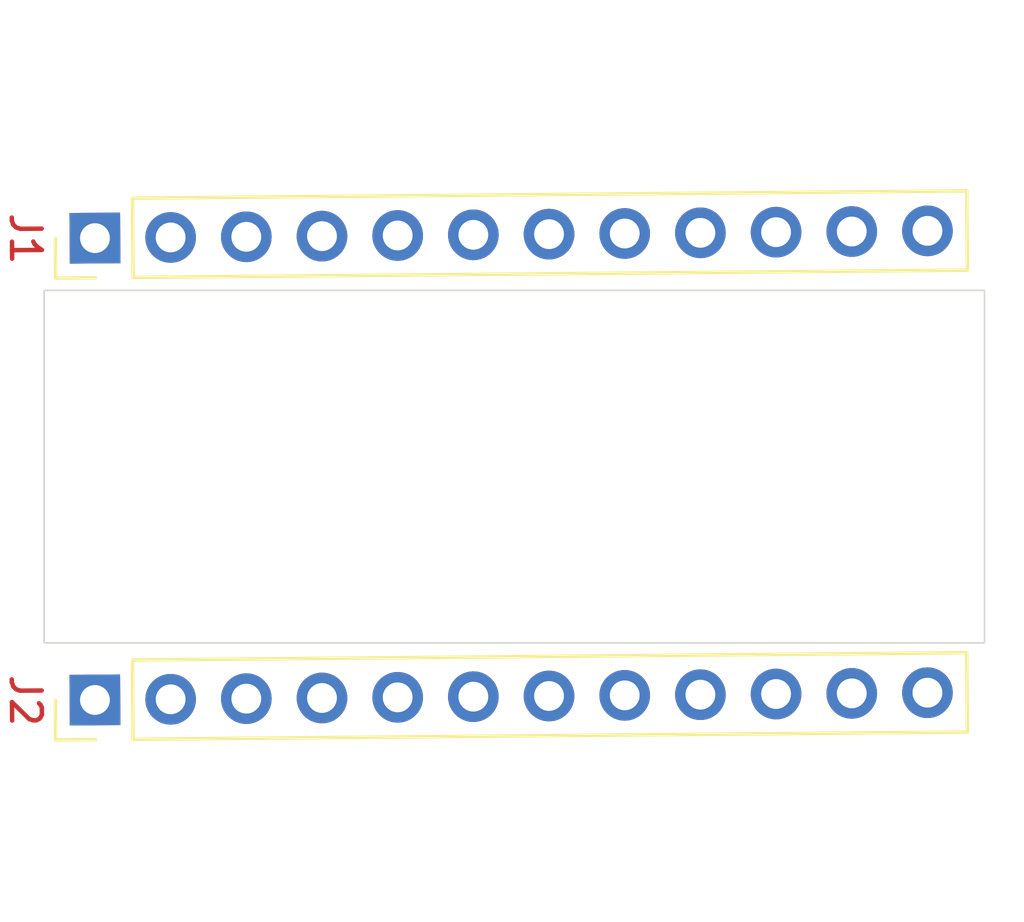
<source format=kicad_pcb>
(kicad_pcb (version 20190605) (host pcbnew "(5.1.0-1228-ge32306c23)")

  (general
    (thickness 1.6)
    (drawings 5)
    (tracks 0)
    (modules 2)
    (nets 1)
  )

  (page "A4")
  (layers
    (0 "F.Cu" signal)
    (31 "B.Cu" signal)
    (32 "B.Adhes" user)
    (33 "F.Adhes" user)
    (34 "B.Paste" user)
    (35 "F.Paste" user)
    (36 "B.SilkS" user)
    (37 "F.SilkS" user)
    (38 "B.Mask" user)
    (39 "F.Mask" user)
    (40 "Dwgs.User" user)
    (41 "Cmts.User" user)
    (42 "Eco1.User" user)
    (43 "Eco2.User" user)
    (44 "Edge.Cuts" user)
    (45 "Margin" user)
    (46 "B.CrtYd" user)
    (47 "F.CrtYd" user)
    (48 "B.Fab" user)
    (49 "F.Fab" user)
  )

  (setup
    (last_trace_width 0.25)
    (trace_clearance 0.2)
    (zone_clearance 0.508)
    (zone_45_only no)
    (trace_min 0.2)
    (via_size 0.8)
    (via_drill 0.4)
    (via_min_size 0.4)
    (via_min_drill 0.3)
    (uvia_size 0.3)
    (uvia_drill 0.1)
    (uvias_allowed no)
    (uvia_min_size 0.2)
    (uvia_min_drill 0.1)
    (max_error 0.005)
    (defaults
      (edge_clearance 0.01)
      (edge_cuts_line_width 0.05)
      (courtyard_line_width 0.05)
      (copper_line_width 0.2)
      (copper_text_dims (size 1.5 1.5) (thickness 0.3) keep_upright)
      (silk_line_width 0.12)
      (silk_text_dims (size 1 1) (thickness 0.15) keep_upright)
      (other_layers_line_width 0.1)
      (other_layers_text_dims (size 1 1) (thickness 0.15) keep_upright)
    )
    (pad_size 1.524 1.524)
    (pad_drill 0.762)
    (pad_to_mask_clearance 0.051)
    (solder_mask_min_width 0.25)
    (aux_axis_origin 0 0)
    (visible_elements FFFFFF7F)
    (pcbplotparams
      (layerselection 0x010fc_ffffffff)
      (usegerberextensions false)
      (usegerberattributes false)
      (usegerberadvancedattributes false)
      (creategerberjobfile false)
      (excludeedgelayer true)
      (linewidth 0.100000)
      (plotframeref false)
      (viasonmask false)
      (mode 1)
      (useauxorigin false)
      (hpglpennumber 1)
      (hpglpenspeed 20)
      (hpglpendiameter 15.000000)
      (psnegative false)
      (psa4output false)
      (plotreference true)
      (plotvalue true)
      (plotinvisibletext false)
      (padsonsilk false)
      (subtractmaskfromsilk false)
      (outputformat 1)
      (mirror false)
      (drillshape 1)
      (scaleselection 1)
      (outputdirectory ""))
  )

  (net 0 "")

  (net_class "Default" "This is the default net class."
    (clearance 0.2)
    (trace_width 0.25)
    (via_dia 0.8)
    (via_drill 0.4)
    (uvia_dia 0.3)
    (uvia_drill 0.1)
  )

  (module "Connector_PinHeader_2.54mm:PinHeader_1x12_P2.54mm_Vertical" (layer "F.Cu") (tedit 59FED5CC) (tstamp 5DD2C8B0)
    (at 126.425813 102.386178 90.5)
    (descr "Through hole straight pin header, 1x12, 2.54mm pitch, single row")
    (tags "Through hole pin header THT 1x12 2.54mm single row")
    (path "/5DBB087C")
    (fp_text reference "J2" (at 0 -2.33 90.5) (layer "F.Cu")
      (effects (font (size 1 1) (thickness 0.15)))
    )
    (fp_text value "Conn_01x12_Female" (at 0 30.27 90.5) (layer "F.Fab")
      (effects (font (size 1 1) (thickness 0.15)))
    )
    (fp_line (start -0.635 -1.27) (end 1.27 -1.27) (layer "F.Fab") (width 0.1))
    (fp_line (start 1.27 -1.27) (end 1.27 29.21) (layer "F.Fab") (width 0.1))
    (fp_line (start 1.27 29.21) (end -1.27 29.21) (layer "F.Fab") (width 0.1))
    (fp_line (start -1.27 29.21) (end -1.27 -0.635) (layer "F.Fab") (width 0.1))
    (fp_line (start -1.27 -0.635) (end -0.635 -1.27) (layer "F.Fab") (width 0.1))
    (fp_line (start -1.33 29.27) (end 1.33 29.27) (layer "F.SilkS") (width 0.12))
    (fp_line (start -1.33 1.27) (end -1.33 29.27) (layer "F.SilkS") (width 0.12))
    (fp_line (start 1.33 1.27) (end 1.33 29.27) (layer "F.SilkS") (width 0.12))
    (fp_line (start -1.33 1.27) (end 1.33 1.27) (layer "F.SilkS") (width 0.12))
    (fp_line (start -1.33 0) (end -1.33 -1.33) (layer "F.SilkS") (width 0.12))
    (fp_line (start -1.33 -1.33) (end 0 -1.33) (layer "F.SilkS") (width 0.12))
    (fp_line (start -1.8 -1.8) (end -1.8 29.75) (layer "F.CrtYd") (width 0.05))
    (fp_line (start -1.8 29.75) (end 1.8 29.75) (layer "F.CrtYd") (width 0.05))
    (fp_line (start 1.8 29.75) (end 1.8 -1.8) (layer "F.CrtYd") (width 0.05))
    (fp_line (start 1.8 -1.8) (end -1.8 -1.8) (layer "F.CrtYd") (width 0.05))
    (fp_text user "%R" (at 0 13.97 0.5) (layer "F.Fab")
      (effects (font (size 1 1) (thickness 0.15)))
    )
    (pad "1" thru_hole rect (at 0 0 90.5) (size 1.7 1.7) (drill 1) (layers *.Cu *.Mask))
    (pad "2" thru_hole oval (at 0 2.54 90.5) (size 1.7 1.7) (drill 1) (layers *.Cu *.Mask))
    (pad "3" thru_hole oval (at 0 5.08 90.5) (size 1.7 1.7) (drill 1) (layers *.Cu *.Mask))
    (pad "4" thru_hole oval (at 0 7.62 90.5) (size 1.7 1.7) (drill 1) (layers *.Cu *.Mask))
    (pad "5" thru_hole oval (at 0 10.16 90.5) (size 1.7 1.7) (drill 1) (layers *.Cu *.Mask))
    (pad "6" thru_hole oval (at 0 12.7 90.5) (size 1.7 1.7) (drill 1) (layers *.Cu *.Mask))
    (pad "7" thru_hole oval (at 0 15.24 90.5) (size 1.7 1.7) (drill 1) (layers *.Cu *.Mask))
    (pad "8" thru_hole oval (at 0 17.78 90.5) (size 1.7 1.7) (drill 1) (layers *.Cu *.Mask))
    (pad "9" thru_hole oval (at 0 20.32 90.5) (size 1.7 1.7) (drill 1) (layers *.Cu *.Mask))
    (pad "10" thru_hole oval (at 0 22.86 90.5) (size 1.7 1.7) (drill 1) (layers *.Cu *.Mask))
    (pad "11" thru_hole oval (at 0 25.4 90.5) (size 1.7 1.7) (drill 1) (layers *.Cu *.Mask))
    (pad "12" thru_hole oval (at 0 27.94 90.5) (size 1.7 1.7) (drill 1) (layers *.Cu *.Mask))
    (model "${KISYS3DMOD}/Connector_PinHeader_2.54mm.3dshapes/PinHeader_1x12_P2.54mm_Vertical.wrl"
      (at (xyz 0 0 0))
      (scale (xyz 1 1 1))
      (rotate (xyz 0 0 0))
    )
  )

  (module "Connector_PinHeader_2.54mm:PinHeader_1x12_P2.54mm_Vertical" (layer "F.Cu") (tedit 59FED5CC) (tstamp 5DD2C891)
    (at 126.425813 86.886178 90.5)
    (descr "Through hole straight pin header, 1x12, 2.54mm pitch, single row")
    (tags "Through hole pin header THT 1x12 2.54mm single row")
    (path "/5DBB0037")
    (fp_text reference "J1" (at 0 -2.33 90.5) (layer "F.Cu")
      (effects (font (size 1 1) (thickness 0.15)))
    )
    (fp_text value "Conn_01x12_Female" (at 0 30.27 90.5) (layer "F.Fab")
      (effects (font (size 1 1) (thickness 0.15)))
    )
    (fp_line (start -0.635 -1.27) (end 1.27 -1.27) (layer "F.Fab") (width 0.1))
    (fp_line (start 1.27 -1.27) (end 1.27 29.21) (layer "F.Fab") (width 0.1))
    (fp_line (start 1.27 29.21) (end -1.27 29.21) (layer "F.Fab") (width 0.1))
    (fp_line (start -1.27 29.21) (end -1.27 -0.635) (layer "F.Fab") (width 0.1))
    (fp_line (start -1.27 -0.635) (end -0.635 -1.27) (layer "F.Fab") (width 0.1))
    (fp_line (start -1.33 29.27) (end 1.33 29.27) (layer "F.SilkS") (width 0.12))
    (fp_line (start -1.33 1.27) (end -1.33 29.27) (layer "F.SilkS") (width 0.12))
    (fp_line (start 1.33 1.27) (end 1.33 29.27) (layer "F.SilkS") (width 0.12))
    (fp_line (start -1.33 1.27) (end 1.33 1.27) (layer "F.SilkS") (width 0.12))
    (fp_line (start -1.33 0) (end -1.33 -1.33) (layer "F.SilkS") (width 0.12))
    (fp_line (start -1.33 -1.33) (end 0 -1.33) (layer "F.SilkS") (width 0.12))
    (fp_line (start -1.8 -1.8) (end -1.8 29.75) (layer "F.CrtYd") (width 0.05))
    (fp_line (start -1.8 29.75) (end 1.8 29.75) (layer "F.CrtYd") (width 0.05))
    (fp_line (start 1.8 29.75) (end 1.8 -1.8) (layer "F.CrtYd") (width 0.05))
    (fp_line (start 1.8 -1.8) (end -1.8 -1.8) (layer "F.CrtYd") (width 0.05))
    (fp_text user "%R" (at 0 13.97 0.5) (layer "F.Fab")
      (effects (font (size 1 1) (thickness 0.15)))
    )
    (pad "1" thru_hole rect (at 0 0 90.5) (size 1.7 1.7) (drill 1) (layers *.Cu *.Mask))
    (pad "2" thru_hole oval (at 0 2.54 90.5) (size 1.7 1.7) (drill 1) (layers *.Cu *.Mask))
    (pad "3" thru_hole oval (at 0 5.08 90.5) (size 1.7 1.7) (drill 1) (layers *.Cu *.Mask))
    (pad "4" thru_hole oval (at 0 7.62 90.5) (size 1.7 1.7) (drill 1) (layers *.Cu *.Mask))
    (pad "5" thru_hole oval (at 0 10.16 90.5) (size 1.7 1.7) (drill 1) (layers *.Cu *.Mask))
    (pad "6" thru_hole oval (at 0 12.7 90.5) (size 1.7 1.7) (drill 1) (layers *.Cu *.Mask))
    (pad "7" thru_hole oval (at 0 15.24 90.5) (size 1.7 1.7) (drill 1) (layers *.Cu *.Mask))
    (pad "8" thru_hole oval (at 0 17.78 90.5) (size 1.7 1.7) (drill 1) (layers *.Cu *.Mask))
    (pad "9" thru_hole oval (at 0 20.32 90.5) (size 1.7 1.7) (drill 1) (layers *.Cu *.Mask))
    (pad "10" thru_hole oval (at 0 22.86 90.5) (size 1.7 1.7) (drill 1) (layers *.Cu *.Mask))
    (pad "11" thru_hole oval (at 0 25.4 90.5) (size 1.7 1.7) (drill 1) (layers *.Cu *.Mask))
    (pad "12" thru_hole oval (at 0 27.94 90.5) (size 1.7 1.7) (drill 1) (layers *.Cu *.Mask))
    (model "${KISYS3DMOD}/Connector_PinHeader_2.54mm.3dshapes/PinHeader_1x12_P2.54mm_Vertical.wrl"
      (at (xyz 0 0 0))
      (scale (xyz 1 1 1))
      (rotate (xyz 0 0 0))
    )
  )

  (gr_text "THIS AREA IS CUT OUT\n" (at 140.68 93.84) (layer "F.Fab")
    (effects (font (size 1.5 1.5) (thickness 0.3)))
  )
  (gr_line (start 156.28 100.47) (end 156.28 88.64) (layer "Edge.Cuts") (width 0.05) (tstamp 5DD2C8D2))
  (gr_line (start 124.72 100.47) (end 156.28 100.47) (layer "Edge.Cuts") (width 0.05) (tstamp 5DD2C8D1))
  (gr_line (start 156.28 88.64) (end 124.73 88.64) (layer "Edge.Cuts") (width 0.05) (tstamp 5DD2C8D0))
  (gr_line (start 124.72 100.47) (end 124.72 88.64) (layer "Edge.Cuts") (width 0.05) (tstamp 5DD2C8CF))

)

</source>
